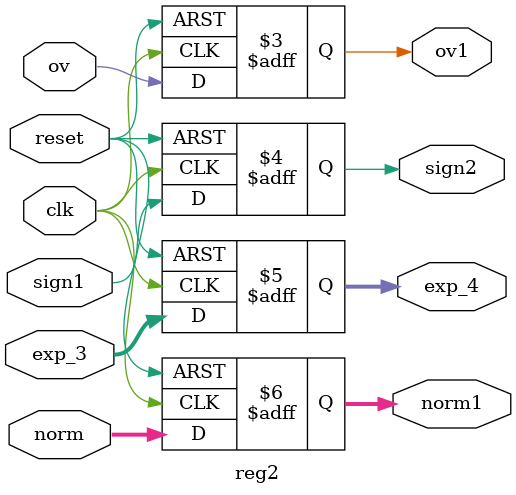
<source format=v>
module reg2 (exp_3,norm,ov,sign1,clk,reset,exp_4,norm1,ov1,sign2);
input ov,clk,reset,sign1;
input [8:0]exp_3;
input [47:0]norm;
output reg ov1,sign2;
output reg [8:0]exp_4;
output reg [47:0]norm1;

always@ (posedge clk or negedge reset)
begin
		if (!reset)
		begin
				ov1 <= 0;
				exp_4 <= 0;
				norm1 <= 0;
				sign2<=0;
		end
		
	else
		begin
				ov1 <= ov;
				exp_4 <= exp_3;
				norm1 <= norm;
				sign2 <= sign1;
		end
end
endmodule

</source>
